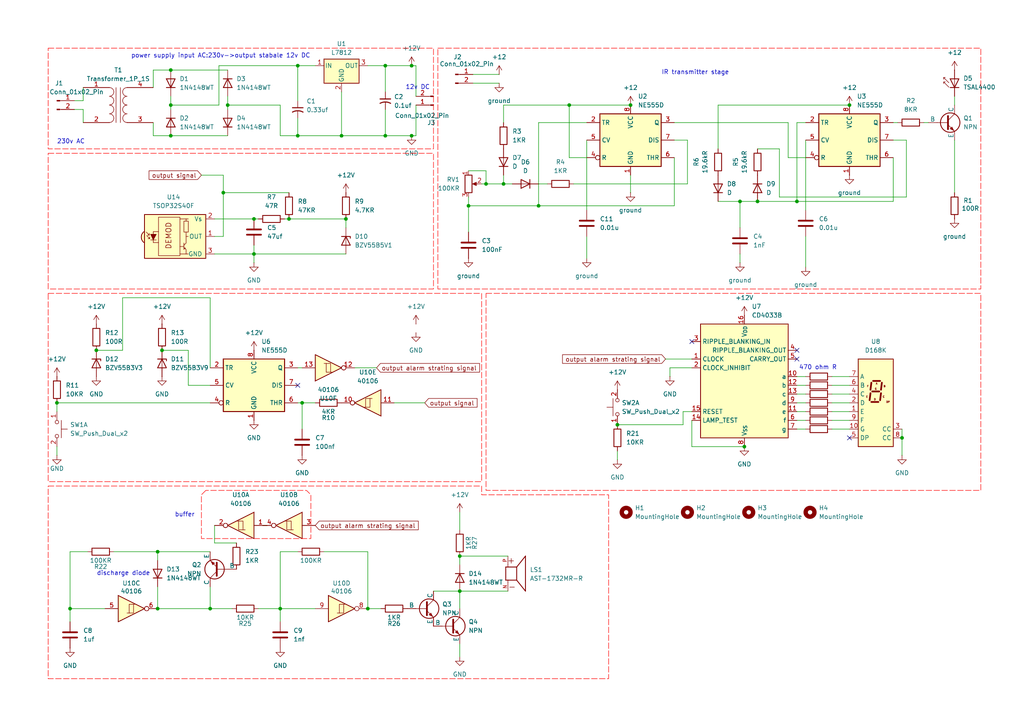
<source format=kicad_sch>
(kicad_sch (version 20250114) (generator "eeschema") (generator_version "9.0")
  (paper "A4")
  (title_block (title "IR Interruption Detector") (date "2025-06-18") (rev "bejaoui Hamza") (company "insat"))
  (lib_symbols
    (symbol "4xxx:40106" (pin_names (offset 1.016))
      (property "Reference" "U" (at 0 1.27 0))
      (property "Value" "40106" (at 0 -1.27 0))
      (symbol "40106_1_0"
        (pin input line (at -7.62 0 0) (length 3.81) (name "~") (number "1"))
        (pin output inverted (at 7.62 0 180) (length 3.81) (name "~") (number "2"))
      )
      (symbol "40106_2_0"
        (pin input line (at -7.62 0 0) (length 3.81) (name "~") (number "3"))
        (pin output inverted (at 7.62 0 180) (length 3.81) (name "~") (number "4"))
      )
      (symbol "40106_3_0"
        (pin input line (at -7.62 0 0) (length 3.81) (name "~") (number "5"))
        (pin output inverted (at 7.62 0 180) (length 3.81) (name "~") (number "6"))
      )
      (symbol "40106_4_0"
        (pin input line (at -7.62 0 0) (length 3.81) (name "~") (number "9"))
        (pin output inverted (at 7.62 0 180) (length 3.81) (name "~") (number "8"))
      )
      (symbol "40106_5_0"
        (pin input line (at -7.62 0 0) (length 3.81) (name "~") (number "11"))
        (pin output inverted (at 7.62 0 180) (length 3.81) (name "~") (number "10"))
      )
      (symbol "40106_6_0"
        (pin input line (at -7.62 0 0) (length 3.81) (name "~") (number "13"))
        (pin output inverted (at 7.62 0 180) (length 3.81) (name "~") (number "12"))
      )
      (symbol "40106_7_0"
        (pin power_in line (at 0 12.7 270) (length 5.08) (name "VDD") (number "14"))
        (pin power_in line (at 0 -12.7 90) (length 5.08) (name "VSS") (number "7"))
      )
    )
    (symbol "4xxx:CD4033B"
      (property "Reference" "U" (at -12.7 17.78 0))
      (property "Value" "CD4033B" (at 7.62 17.78 0))
      (symbol "CD4033B_1_1"
        (pin input line (at -15.24 10.16 0) (length 2.54) (name "RIPPLE_BLANKING_IN") (number "3"))
        (pin input line (at -15.24 5.08 0) (length 2.54) (name "CLOCK") (number "1"))
        (pin input line (at -15.24 2.54 0) (length 2.54) (name "CLOCK_INHIBIT") (number "2"))
        (pin input line (at -15.24 -10.16 0) (length 2.54) (name "RESET") (number "15"))
        (pin input line (at -15.24 -12.7 0) (length 2.54) (name "LAMP_TEST") (number "14"))
        (pin power_in line (at 0 17.78 270) (length 2.54) (name "V_{DD}") (number "16"))
        (pin power_in line (at 0 -20.32 90) (length 2.54) (name "V_{SS}") (number "8"))
        (pin output line (at 15.24 7.62 180) (length 2.54) (name "RIPPLE_BLANKING_OUT") (number "4"))
        (pin output line (at 15.24 5.08 180) (length 2.54) (name "CARRY_OUT") (number "5"))
        (pin output line (at 15.24 0 180) (length 2.54) (name "a") (number "10"))
        (pin output line (at 15.24 -2.54 180) (length 2.54) (name "b") (number "12"))
        (pin output line (at 15.24 -5.08 180) (length 2.54) (name "c") (number "13"))
        (pin output line (at 15.24 -7.62 180) (length 2.54) (name "d") (number "9"))
        (pin output line (at 15.24 -10.16 180) (length 2.54) (name "e") (number "11"))
        (pin output line (at 15.24 -12.7 180) (length 2.54) (name "f") (number "6"))
        (pin output line (at 15.24 -15.24 180) (length 2.54) (name "g") (number "7"))
      )
    )
    (symbol "AST-1732MR-R:AST-1732MR-R" (pin_names (offset 1.016))
      (property "Reference" "LS2" (at 3.81 1.1258 0))
      (property "Value" "AST-1732MR-R" (at 3.81 -1.4142 0))
      (symbol "AST-1732MR-R_0_0"
        (text "+" (at -2.794 2.794 0) (effects (font (size 1.778 1.778)) (justify left bottom)))
        (text "-" (at -2.54 -4.826 0) (effects (font (size 1.778 1.778)) (justify left bottom)))
        (pin passive line (at -2.54 5.08 270) (length 2.54) (name "~") (number "P"))
        (pin passive line (at -2.54 -5.08 90) (length 2.54) (name "~") (number "N"))
      )
    )
    (symbol "Connector:Conn_01x02_Pin" (pin_names (offset 1.016) (hide yes))
      (property "Reference" "J" (at 0 2.54 0))
      (property "Value" "Conn_01x02_Pin" (at 0 -5.08 0))
      (symbol "Conn_01x02_Pin_1_1"
        (pin passive line (at 5.08 0 180) (length 3.81) (name "Pin_1") (number "1"))
        (pin passive line (at 5.08 -2.54 180) (length 3.81) (name "Pin_2") (number "2"))
      )
    )
    (symbol "Device:C" (pin_numbers (hide yes)) (pin_names (offset 0.254))
      (property "Reference" "C" (at 0.635 2.54 0))
      (property "Value" "C" (at 0.635 -2.54 0))
      (symbol "C_1_1"
        (pin passive line (at 0 3.81 270) (length 2.794) (name "~") (number "1"))
        (pin passive line (at 0 -3.81 90) (length 2.794) (name "~") (number "2"))
      )
    )
    (symbol "Device:C_Small_US" (pin_numbers (hide yes)) (pin_names (offset 0.254) (hide yes))
      (property "Reference" "C" (at 0.254 1.778 0))
      (property "Value" "C_Small_US" (at 0.254 -2.032 0))
      (symbol "C_Small_US_1_1"
        (pin passive line (at 0 2.54 270) (length 2.032) (name "~") (number "1"))
        (pin passive line (at 0 -2.54 90) (length 2.032) (name "~") (number "2"))
      )
    )
    (symbol "Device:D" (pin_numbers (hide yes)) (pin_names (offset 1.016) (hide yes))
      (property "Reference" "D" (at 0 2.54 0))
      (property "Value" "D" (at 0 -2.54 0))
      (symbol "D_1_1"
        (pin passive line (at -3.81 0 0) (length 2.54) (name "K") (number "1"))
        (pin passive line (at 3.81 0 180) (length 2.54) (name "A") (number "2"))
      )
    )
    (symbol "Device:R" (pin_numbers (hide yes)) (pin_names (offset 0))
      (property "Reference" "R" (at 2.032 0 90))
      (property "Value" "R" (at 0 0 90))
      (symbol "R_1_1"
        (pin passive line (at 0 3.81 270) (length 1.27) (name "~") (number "1"))
        (pin passive line (at 0 -3.81 90) (length 1.27) (name "~") (number "2"))
      )
    )
    (symbol "Device:R_Potentiometer" (pin_names (offset 1.016) (hide yes))
      (property "Reference" "RV" (at -4.445 0 90))
      (property "Value" "R_Potentiometer" (at -2.54 0 90))
      (symbol "R_Potentiometer_1_1"
        (pin passive line (at 0 3.81 270) (length 1.27) (name "1") (number "1"))
        (pin passive line (at 0 -3.81 90) (length 1.27) (name "3") (number "3"))
        (pin passive line (at 3.81 0 180) (length 1.27) (name "2") (number "2"))
      )
    )
    (symbol "Device:Transformer_1P_1S" (pin_names (offset 1.016) (hide yes))
      (property "Reference" "T" (at 0 6.35 0))
      (property "Value" "Transformer_1P_1S" (at 0 -7.62 0))
      (symbol "Transformer_1P_1S_1_1"
        (pin passive line (at -10.16 5.08 0) (length 7.62) (name "AA") (number "1"))
        (pin passive line (at -10.16 -5.08 0) (length 7.62) (name "AB") (number "2"))
        (pin passive line (at 10.16 5.08 180) (length 7.62) (name "SB") (number "4"))
        (pin passive line (at 10.16 -5.08 180) (length 7.62) (name "SA") (number "3"))
      )
    )
    (symbol "Diode:1N4148WT" (pin_numbers (hide yes)) (pin_names (hide yes))
      (property "Reference" "D" (at 0 2.54 0))
      (property "Value" "1N4148WT" (at 0 -2.54 0))
      (symbol "1N4148WT_1_1"
        (pin passive line (at -3.81 0 0) (length 2.54) (name "K") (number "1"))
        (pin passive line (at 3.81 0 180) (length 2.54) (name "A") (number "2"))
      )
    )
    (symbol "Diode:BZV55B3V3" (pin_numbers (hide yes)) (pin_names (hide yes))
      (property "Reference" "D" (at 0 2.54 0))
      (property "Value" "BZV55B3V3" (at 0 -2.54 0))
      (symbol "BZV55B3V3_1_1"
        (pin passive line (at -3.81 0 0) (length 2.54) (name "K") (number "1"))
        (pin passive line (at 3.81 0 180) (length 2.54) (name "A") (number "2"))
      )
    )
    (symbol "Diode:BZV55B3V9" (pin_numbers (hide yes)) (pin_names (hide yes))
      (property "Reference" "D" (at 0 2.54 0))
      (property "Value" "BZV55B3V9" (at 0 -2.54 0))
      (symbol "BZV55B3V9_1_1"
        (pin passive line (at -3.81 0 0) (length 2.54) (name "K") (number "1"))
        (pin passive line (at 3.81 0 180) (length 2.54) (name "A") (number "2"))
      )
    )
    (symbol "Diode:BZV55B5V1" (pin_numbers (hide yes)) (pin_names (hide yes))
      (property "Reference" "D" (at 0 2.54 0))
      (property "Value" "BZV55B5V1" (at 0 -2.54 0))
      (symbol "BZV55B5V1_1_1"
        (pin passive line (at -3.81 0 0) (length 2.54) (name "K") (number "1"))
        (pin passive line (at 3.81 0 180) (length 2.54) (name "A") (number "2"))
      )
    )
    (symbol "Display_Character:D168K"
      (property "Reference" "U" (at -2.54 13.97 0))
      (property "Value" "D168K" (at 1.27 13.97 0))
      (symbol "D168K_0_0"
        (text "E" (at -2.54 1.778 0) (effects (font (size 0.508 0.508))))
        (text "F" (at -2.286 4.826 0) (effects (font (size 0.508 0.508))))
        (text "D" (at -0.254 1.016 0) (effects (font (size 0.508 0.508))))
        (text "G" (at 0 4.064 0) (effects (font (size 0.508 0.508))))
        (text "A" (at 0.254 5.588 0) (effects (font (size 0.508 0.508))))
        (text "C" (at 2.286 1.778 0) (effects (font (size 0.508 0.508))))
        (text "B" (at 2.54 4.826 0) (effects (font (size 0.508 0.508))))
        (text "DP" (at 3.556 0.254 0) (effects (font (size 0.508 0.508))))
      )
      (symbol "D168K_1_1"
        (pin input line (at -7.62 7.62 0) (length 2.54) (name "A") (number "7"))
        (pin input line (at -7.62 5.08 0) (length 2.54) (name "B") (number "6"))
        (pin input line (at -7.62 2.54 0) (length 2.54) (name "C") (number "4"))
        (pin input line (at -7.62 0 0) (length 2.54) (name "D") (number "2"))
        (pin input line (at -7.62 -2.54 0) (length 2.54) (name "E") (number "1"))
        (pin input line (at -7.62 -5.08 0) (length 2.54) (name "F") (number "9"))
        (pin input line (at -7.62 -7.62 0) (length 2.54) (name "G") (number "10"))
        (pin input line (at -7.62 -10.16 0) (length 2.54) (name "DP") (number "5"))
        (pin input line (at 7.62 -7.62 180) (length 2.54) (name "CC") (number "3"))
        (pin input line (at 7.62 -10.16 180) (length 2.54) (name "CC") (number "8"))
      )
    )
    (symbol "Interface_Optical:TSOP32S40F" (pin_names (offset 1.016))
      (property "Reference" "U" (at -10.16 7.62 0))
      (property "Value" "TSOP32S40F" (at -10.16 -7.62 0))
      (symbol "TSOP32S40F_0_0"
        (text "DEMOD" (at -3.175 0.254 900) (effects (font (size 1.524 1.524))))
      )
      (symbol "TSOP32S40F_1_1"
        (pin power_in line (at 10.16 5.08 180) (length 2.54) (name "Vs") (number "2"))
        (pin output line (at 10.16 0 180) (length 2.54) (name "OUT") (number "1"))
        (pin power_in line (at 10.16 -5.08 180) (length 2.54) (name "GND") (number "3"))
      )
    )
    (symbol "LED:TSAL4400" (pin_numbers (hide yes)) (pin_names (offset 1.016) (hide yes))
      (property "Reference" "D" (at 0.508 1.778 0))
      (property "Value" "TSAL4400" (at -1.016 -2.794 0))
      (symbol "TSAL4400_1_1"
        (pin passive line (at -5.08 0 0) (length 2.54) (name "K") (number "1"))
        (pin passive line (at 2.54 0 180) (length 2.54) (name "A") (number "2"))
      )
    )
    (symbol "Mechanical:MountingHole" (pin_names (offset 1.016)) (in_bom no)
      (property "Reference" "H" (at 0 5.08 0))
      (property "Value" "MountingHole" (at 0 3.175 0))
    )
    (symbol "Regulator_Linear:L7812" (pin_names (offset 0.254))
      (property "Reference" "U" (at -3.81 3.175 0))
      (property "Value" "L7812" (at 0 3.175 0))
      (symbol "L7812_1_1"
        (pin power_in line (at -7.62 0 0) (length 2.54) (name "IN") (number "1"))
        (pin power_in line (at 0 -7.62 90) (length 2.54) (name "GND") (number "2"))
        (pin power_out line (at 7.62 0 180) (length 2.54) (name "OUT") (number "3"))
      )
    )
    (symbol "Simulation_SPICE:NPN" (pin_numbers (hide yes)) (pin_names (offset 0))
      (property "Reference" "Q" (at -2.54 7.62 0))
      (property "Value" "NPN" (at -2.54 5.08 0))
      (symbol "NPN_1_1"
        (pin input line (at -5.08 0 0) (length 2.54) (name "B") (number "2"))
        (pin open_collector line (at 2.54 5.08 270) (length 2.54) (name "C") (number "1"))
        (pin open_emitter line (at 2.54 -5.08 90) (length 2.54) (name "E") (number "3"))
      )
    )
    (symbol "Switch:SW_Push_Dual_x2" (pin_names (offset 1.016) (hide yes))
      (property "Reference" "SW" (at 1.27 2.54 0))
      (property "Value" "SW_Push_Dual_x2" (at 0 -1.524 0))
      (symbol "SW_Push_Dual_x2_1_1"
        (pin passive line (at -5.08 0 0) (length 2.54) (name "C") (number "1"))
        (pin passive line (at 5.08 0 180) (length 2.54) (name "D") (number "2"))
      )
      (symbol "SW_Push_Dual_x2_2_1"
        (pin passive line (at -5.08 0 0) (length 2.54) (name "C") (number "3"))
        (pin passive line (at 5.08 0 180) (length 2.54) (name "D") (number "4"))
      )
    )
    (symbol "Timer:NE555D"
      (property "Reference" "U" (at -10.16 8.89 0))
      (property "Value" "NE555D" (at 2.54 8.89 0))
      (symbol "NE555D_0_0"
        (pin power_in line (at 0 10.16 270) (length 2.54) (name "VCC") (number "8"))
        (pin power_in line (at 0 -10.16 90) (length 2.54) (name "GND") (number "1"))
      )
      (symbol "NE555D_1_1"
        (pin input line (at -12.7 5.08 0) (length 3.81) (name "TR") (number "2"))
        (pin input line (at -12.7 0 0) (length 3.81) (name "CV") (number "5"))
        (pin input inverted (at -12.7 -5.08 0) (length 3.81) (name "R") (number "4"))
        (pin output line (at 12.7 5.08 180) (length 3.81) (name "Q") (number "3"))
        (pin input line (at 12.7 0 180) (length 3.81) (name "DIS") (number "7"))
        (pin input line (at 12.7 -5.08 180) (length 3.81) (name "THR") (number "6"))
      )
    )
    (symbol "power:+12V" (power) (pin_numbers (hide yes)) (pin_names (offset 0) (hide yes))
      (property "Value" "+12V" (at 0 3.556 0))
      (symbol "+12V_1_1"
        (pin power_in line (at 0 0 90) (length 0) (name "~") (number "1"))
      )
    )
    (symbol "power:GND" (power) (pin_numbers (hide yes)) (pin_names (offset 0) (hide yes))
      (property "Value" "GND" (at 0 -3.81 0))
      (symbol "GND_1_1"
        (pin power_in line (at 0 0 270) (length 0) (name "~") (number "1"))
      )
    )
  )
  (text "12v DC" (at 121.158 25.4 0) (effects (font (size 1.27 1.27))))
  (text "buffer\n" (at 53.594 149.352 0) (effects (font (size 1.27 1.27))))
  (text "230v AC\n" (at 20.574 41.148 0) (effects (font (size 1.27 1.27))))
  (text "IR transmitter stage" (at 201.676 21.082 0) (effects (font (size 1.27 1.27))))
  (text "discharge diode\n" (at 35.814 166.37 0) (effects (font (size 1.27 1.27))))
  (text "470 ohm R" (at 237.236 106.68 0) (effects (font (size 1.27 1.27))))
  (text "power supply input AC:230v->output stabale 12v DC" (at 64.008 16.256 0) (effects (font (size 1.27 1.27))))
  (junction (at 86.36 39.37))
  (junction (at 86.36 19.05))
  (junction (at 146.05 53.34))
  (junction (at 111.76 39.37))
  (junction (at 73.66 63.5))
  (junction (at 81.28 176.53))
  (junction (at 182.88 30.48))
  (junction (at 119.38 39.37))
  (junction (at 133.35 161.29))
  (junction (at 135.89 59.69))
  (junction (at 66.04 30.48))
  (junction (at 231.14 58.42))
  (junction (at 45.72 160.02))
  (junction (at 49.53 30.48))
  (junction (at 20.32 176.53))
  (junction (at 133.35 171.45))
  (junction (at 219.71 58.42))
  (junction (at 49.53 20.32))
  (junction (at 140.97 53.34))
  (junction (at 261.62 127))
  (junction (at 119.38 19.05))
  (junction (at 27.94 101.6))
  (junction (at 156.21 59.69))
  (junction (at 165.1 30.48))
  (junction (at 106.68 176.53))
  (junction (at 87.63 116.84))
  (junction (at 214.63 58.42))
  (junction (at 100.33 63.5))
  (junction (at 179.07 123.19))
  (junction (at 16.51 116.84))
  (junction (at 45.72 176.53))
  (junction (at 83.82 63.5))
  (junction (at 46.99 101.6))
  (junction (at 49.53 39.37))
  (junction (at 60.96 176.53))
  (junction (at 246.38 30.48))
  (junction (at 73.66 73.66))
  (junction (at 99.06 39.37))
  (junction (at 64.77 55.88))
  (junction (at 215.9 129.54))
  (junction (at 111.76 19.05))
  (no_connect (at 86.36 111.76))
  (no_connect (at 231.14 101.6))
  (no_connect (at 231.14 104.14))
  (no_connect (at 200.66 99.06))
  (no_connect (at 246.38 127))
  (wire (pts (xy 73.66 71.12) (xy 73.66 73.66)))
  (wire (pts (xy 241.3 109.22) (xy 246.38 109.22)))
  (wire (pts (xy 24.13 25.4) (xy 24.13 29.21)))
  (wire (pts (xy 276.86 27.94) (xy 276.86 30.48)))
  (wire (pts (xy 62.23 157.48) (xy 62.23 152.4)))
  (wire (pts (xy 241.3 111.76) (xy 246.38 111.76)))
  (wire (pts (xy 66.04 30.48) (xy 81.28 30.48)))
  (wire (pts (xy 81.28 39.37) (xy 86.36 39.37)))
  (wire (pts (xy 231.14 116.84) (xy 233.68 116.84)))
  (wire (pts (xy 156.21 59.69) (xy 195.58 59.69)))
  (wire (pts (xy 27.94 101.6) (xy 35.56 101.6)))
  (wire (pts (xy 241.3 121.92) (xy 246.38 121.92)))
  (wire (pts (xy 156.21 53.34) (xy 158.75 53.34)))
  (wire (pts (xy 64.77 68.58) (xy 64.77 55.88)))
  (wire (pts (xy 81.28 160.02) (xy 81.28 176.53)))
  (wire (pts (xy 165.1 30.48) (xy 165.1 45.72)))
  (wire (pts (xy 214.63 58.42) (xy 219.71 58.42)))
  (wire (pts (xy 140.97 53.34) (xy 146.05 53.34)))
  (wire (pts (xy 99.06 39.37) (xy 111.76 39.37)))
  (wire (pts (xy 241.3 119.38) (xy 246.38 119.38)))
  (wire (pts (xy 219.71 58.42) (xy 231.14 58.42)))
  (wire (pts (xy 66.04 27.94) (xy 66.04 30.48)))
  (wire (pts (xy 146.05 50.8) (xy 146.05 53.34)))
  (wire (pts (xy 111.76 39.37) (xy 119.38 39.37)))
  (wire (pts (xy 146.05 35.56) (xy 146.05 30.48)))
  (wire (pts (xy 86.36 19.05) (xy 86.36 29.21)))
  (wire (pts (xy 146.05 53.34) (xy 148.59 53.34)))
  (wire (pts (xy 66.04 20.32) (xy 49.53 20.32)))
  (wire (pts (xy 83.82 63.5) (xy 100.33 63.5)))
  (wire (pts (xy 166.37 53.34) (xy 199.39 53.34)))
  (wire (pts (xy 44.45 20.32) (xy 44.45 25.4)))
  (wire (pts (xy 195.58 45.72) (xy 195.58 59.69)))
  (wire (pts (xy 233.68 40.64) (xy 233.68 60.96)))
  (wire (pts (xy 106.68 160.02) (xy 106.68 176.53)))
  (wire (pts (xy 20.32 160.02) (xy 20.32 176.53)))
  (wire (pts (xy 262.89 40.64) (xy 262.89 57.15)))
  (wire (pts (xy 24.13 29.21) (xy 21.59 29.21)))
  (wire (pts (xy 200.66 121.92) (xy 200.66 129.54)))
  (wire (pts (xy 109.22 106.68) (xy 102.87 106.68)))
  (wire (pts (xy 194.31 106.68) (xy 194.31 109.22)))
  (wire (pts (xy 276.86 40.64) (xy 276.86 55.88)))
  (wire (pts (xy 200.66 119.38) (xy 198.12 119.38)))
  (wire (pts (xy 63.5 19.05) (xy 86.36 19.05)))
  (wire (pts (xy 262.89 57.15) (xy 226.06 57.15)))
  (wire (pts (xy 147.32 171.45) (xy 133.35 171.45)))
  (wire (pts (xy 231.14 119.38) (xy 233.68 119.38)))
  (wire (pts (xy 259.08 58.42) (xy 231.14 58.42)))
  (wire (pts (xy 195.58 40.64) (xy 199.39 40.64)))
  (wire (pts (xy 77.47 152.4) (xy 76.2 152.4)))
  (wire (pts (xy 140.97 49.53) (xy 140.97 53.34)))
  (wire (pts (xy 62.23 68.58) (xy 64.77 68.58)))
  (wire (pts (xy 193.04 104.14) (xy 200.66 104.14)))
  (wire (pts (xy 58.42 50.8) (xy 64.77 50.8)))
  (wire (pts (xy 49.53 20.32) (xy 44.45 20.32)))
  (wire (pts (xy 139.7 53.34) (xy 140.97 53.34)))
  (wire (pts (xy 135.89 59.69) (xy 135.89 67.31)))
  (wire (pts (xy 86.36 19.05) (xy 91.44 19.05)))
  (wire (pts (xy 49.53 27.94) (xy 49.53 30.48)))
  (wire (pts (xy 44.45 35.56) (xy 44.45 39.37)))
  (wire (pts (xy 208.28 30.48) (xy 208.28 43.18)))
  (wire (pts (xy 16.51 129.54) (xy 16.51 132.08)))
  (wire (pts (xy 208.28 58.42) (xy 214.63 58.42)))
  (wire (pts (xy 49.53 39.37) (xy 66.04 39.37)))
  (wire (pts (xy 214.63 58.42) (xy 214.63 66.04)))
  (wire (pts (xy 45.72 160.02) (xy 45.72 162.56)))
  (wire (pts (xy 49.53 30.48) (xy 49.53 31.75)))
  (wire (pts (xy 259.08 40.64) (xy 262.89 40.64)))
  (wire (pts (xy 259.08 45.72) (xy 259.08 58.42)))
  (wire (pts (xy 200.66 106.68) (xy 194.31 106.68)))
  (wire (pts (xy 228.6 45.72) (xy 228.6 35.56)))
  (wire (pts (xy 100.33 63.5) (xy 100.33 66.04)))
  (wire (pts (xy 133.35 161.29) (xy 133.35 163.83)))
  (wire (pts (xy 231.14 121.92) (xy 233.68 121.92)))
  (wire (pts (xy 228.6 35.56) (xy 195.58 35.56)))
  (wire (pts (xy 165.1 30.48) (xy 182.88 30.48)))
  (wire (pts (xy 231.14 124.46) (xy 233.68 124.46)))
  (wire (pts (xy 16.51 116.84) (xy 60.96 116.84)))
  (wire (pts (xy 231.14 109.22) (xy 233.68 109.22)))
  (wire (pts (xy 99.06 26.67) (xy 99.06 39.37)))
  (wire (pts (xy 86.36 34.29) (xy 86.36 39.37)))
  (wire (pts (xy 86.36 39.37) (xy 99.06 39.37)))
  (wire (pts (xy 62.23 73.66) (xy 73.66 73.66)))
  (wire (pts (xy 87.63 116.84) (xy 91.44 116.84)))
  (wire (pts (xy 231.14 114.3) (xy 233.68 114.3)))
  (wire (pts (xy 226.06 43.18) (xy 219.71 43.18)))
  (wire (pts (xy 24.13 31.75) (xy 24.13 35.56)))
  (wire (pts (xy 200.66 129.54) (xy 215.9 129.54)))
  (wire (pts (xy 156.21 59.69) (xy 135.89 59.69)))
  (wire (pts (xy 74.93 176.53) (xy 81.28 176.53)))
  (wire (pts (xy 60.96 176.53) (xy 67.31 176.53)))
  (wire (pts (xy 261.62 127) (xy 261.62 132.08)))
  (wire (pts (xy 214.63 73.66) (xy 214.63 76.2)))
  (wire (pts (xy 146.05 30.48) (xy 165.1 30.48)))
  (wire (pts (xy 21.59 31.75) (xy 24.13 31.75)))
  (wire (pts (xy 125.73 171.45) (xy 133.35 171.45)))
  (wire (pts (xy 54.61 101.6) (xy 46.99 101.6)))
  (wire (pts (xy 120.65 30.48) (xy 120.65 39.37)))
  (wire (pts (xy 170.18 40.64) (xy 170.18 60.96)))
  (wire (pts (xy 233.68 35.56) (xy 231.14 35.56)))
  (wire (pts (xy 81.28 176.53) (xy 91.44 176.53)))
  (wire (pts (xy 73.66 73.66) (xy 100.33 73.66)))
  (wire (pts (xy 241.3 116.84) (xy 246.38 116.84)))
  (wire (pts (xy 20.32 176.53) (xy 30.48 176.53)))
  (wire (pts (xy 20.32 160.02) (xy 25.4 160.02)))
  (wire (pts (xy 182.88 50.8) (xy 182.88 55.88)))
  (wire (pts (xy 133.35 186.69) (xy 133.35 190.5)))
  (wire (pts (xy 179.07 130.81) (xy 179.07 133.35)))
  (wire (pts (xy 60.96 170.18) (xy 60.96 176.53)))
  (wire (pts (xy 54.61 111.76) (xy 60.96 111.76)))
  (wire (pts (xy 93.98 160.02) (xy 106.68 160.02)))
  (wire (pts (xy 208.28 30.48) (xy 246.38 30.48)))
  (wire (pts (xy 63.5 19.05) (xy 63.5 30.48)))
  (wire (pts (xy 111.76 31.75) (xy 111.76 39.37)))
  (wire (pts (xy 120.65 19.05) (xy 119.38 19.05)))
  (wire (pts (xy 81.28 160.02) (xy 86.36 160.02)))
  (wire (pts (xy 35.56 86.36) (xy 35.56 101.6)))
  (wire (pts (xy 106.68 19.05) (xy 111.76 19.05)))
  (wire (pts (xy 110.49 176.53) (xy 106.68 176.53)))
  (wire (pts (xy 111.76 19.05) (xy 119.38 19.05)))
  (wire (pts (xy 111.76 19.05) (xy 111.76 26.67)))
  (wire (pts (xy 199.39 40.64) (xy 199.39 53.34)))
  (wire (pts (xy 49.53 30.48) (xy 63.5 30.48)))
  (wire (pts (xy 68.58 157.48) (xy 62.23 157.48)))
  (wire (pts (xy 137.16 24.13) (xy 144.78 24.13)))
  (wire (pts (xy 54.61 101.6) (xy 54.61 111.76)))
  (wire (pts (xy 120.65 39.37) (xy 119.38 39.37)))
  (wire (pts (xy 73.66 73.66) (xy 73.66 76.2)))
  (wire (pts (xy 241.3 124.46) (xy 246.38 124.46)))
  (wire (pts (xy 86.36 116.84) (xy 87.63 116.84)))
  (wire (pts (xy 73.66 63.5) (xy 74.93 63.5)))
  (wire (pts (xy 66.04 30.48) (xy 66.04 31.75)))
  (wire (pts (xy 64.77 50.8) (xy 64.77 55.88)))
  (wire (pts (xy 267.97 35.56) (xy 269.24 35.56)))
  (wire (pts (xy 233.68 68.58) (xy 233.68 77.47)))
  (wire (pts (xy 45.72 160.02) (xy 60.96 160.02)))
  (wire (pts (xy 120.65 27.94) (xy 120.65 19.05)))
  (wire (pts (xy 45.72 170.18) (xy 45.72 176.53)))
  (wire (pts (xy 259.08 35.56) (xy 260.35 35.56)))
  (wire (pts (xy 87.63 106.68) (xy 86.36 106.68)))
  (wire (pts (xy 81.28 30.48) (xy 81.28 39.37)))
  (wire (pts (xy 156.21 35.56) (xy 156.21 59.69)))
  (wire (pts (xy 82.55 63.5) (xy 83.82 63.5)))
  (wire (pts (xy 16.51 119.38) (xy 16.51 116.84)))
  (wire (pts (xy 133.35 148.59) (xy 133.35 153.67)))
  (wire (pts (xy 35.56 86.36) (xy 60.96 86.36)))
  (wire (pts (xy 33.02 160.02) (xy 45.72 160.02)))
  (wire (pts (xy 87.63 116.84) (xy 87.63 124.46)))
  (wire (pts (xy 137.16 21.59) (xy 144.78 21.59)))
  (wire (pts (xy 198.12 123.19) (xy 179.07 123.19)))
  (wire (pts (xy 135.89 57.15) (xy 135.89 59.69)))
  (wire (pts (xy 226.06 57.15) (xy 226.06 43.18)))
  (wire (pts (xy 198.12 119.38) (xy 198.12 123.19)))
  (wire (pts (xy 64.77 55.88) (xy 83.82 55.88)))
  (wire (pts (xy 81.28 176.53) (xy 81.28 180.34)))
  (wire (pts (xy 156.21 35.56) (xy 170.18 35.56)))
  (wire (pts (xy 60.96 176.53) (xy 45.72 176.53)))
  (wire (pts (xy 62.23 63.5) (xy 73.66 63.5)))
  (wire (pts (xy 44.45 39.37) (xy 49.53 39.37)))
  (wire (pts (xy 133.35 161.29) (xy 147.32 161.29)))
  (wire (pts (xy 231.14 111.76) (xy 233.68 111.76)))
  (wire (pts (xy 231.14 35.56) (xy 231.14 58.42)))
  (wire (pts (xy 60.96 86.36) (xy 60.96 106.68)))
  (wire (pts (xy 228.6 45.72) (xy 233.68 45.72)))
  (wire (pts (xy 261.62 124.46) (xy 261.62 127)))
  (wire (pts (xy 170.18 45.72) (xy 165.1 45.72)))
  (wire (pts (xy 133.35 171.45) (xy 133.35 176.53)))
  (wire (pts (xy 114.3 116.84) (xy 123.19 116.84)))
  (wire (pts (xy 20.32 176.53) (xy 20.32 180.34)))
  (wire (pts (xy 241.3 114.3) (xy 246.38 114.3)))
  (wire (pts (xy 135.89 49.53) (xy 140.97 49.53)))
  (wire (pts (xy 170.18 68.58) (xy 170.18 74.93)))
  (global_label "output alarm strating signal" (shape input) (at 91.44 152.4 0) (property "Intersheetrefs" "${INTERSHEET_REFS}" (effects (hide yes))))
  (global_label "output alarm strating signal" (shape input) (at 193.04 104.14 180) (property "Intersheetrefs" "${INTERSHEET_REFS}" (effects (hide yes))))
  (global_label "output signal" (shape input) (at 123.19 116.84 0) (property "Intersheetrefs" "${INTERSHEET_REFS}" (effects (hide yes))))
  (global_label "output alarm strating signal" (shape input) (at 109.22 106.68 0) (property "Intersheetrefs" "${INTERSHEET_REFS}" (effects (hide yes))))
  (global_label "output signal" (shape input) (at 58.42 50.8 180) (property "Intersheetrefs" "${INTERSHEET_REFS}" (effects (hide yes))))
  (rule_area (polyline (pts (xy 13.97 44.45) (xy 125.73 44.45) (xy 125.73 83.82) (xy 13.97 83.82)) (stroke (width 0) (type dash))))
  (rule_area (polyline (pts (xy 140.97 85.09) (xy 284.48 85.09) (xy 284.48 142.24) (xy 140.97 142.24)) (stroke (width 0) (type dash))))
  (rule_area (polyline (pts (xy 13.97 140.97) (xy 139.7 140.97) (xy 139.7 143.51) (xy 176.53 143.51) (xy 176.53 196.85) (xy 13.97 196.85)) (stroke (width 0) (type dash))))
  (rule_area (polyline (pts (xy 13.97 13.97) (xy 125.73 13.97) (xy 125.73 43.18) (xy 13.97 43.18)) (stroke (width 0) (type dash))))
  (rule_area (polyline (pts (xy 13.97 85.09) (xy 139.7 85.09) (xy 139.7 139.7) (xy 13.97 139.7)) (stroke (width 0) (type dash))))
  (rule_area (polyline (pts (xy 127 13.97) (xy 284.48 13.97) (xy 284.48 83.82) (xy 127 83.82)) (stroke (width 0) (type dash))))
  (rule_area (polyline (pts (xy 59.69 142.24) (xy 58.42 143.51) (xy 58.42 156.21) (xy 90.17 156.21) (xy 90.17 143.51) (xy 88.9 142.24)) (stroke (width 0) (type dash))))
  (symbol (lib_id "Mechanical:MountingHole") (at 181.61 148.59 0) (unit 1) (in_bom no)
    (property "Reference" "H1" (at 184.15 147.3199 0) (effects (justify left)))
    (property "Value" "MountingHole" (at 184.15 149.8599 0) (effects (justify left)))
    (property "Footprint" "MountingHole:MountingHole_2.5mm_Pad_Via" (effects (hide yes)))
    (property "Description" "Mounting Hole without connection" (effects (hide yes)))
  )
  (symbol (lib_id "Diode:1N4148WT") (at 45.72 166.37 90) (unit 1)
    (property "Reference" "D13" (at 48.26 165.0999 90) (effects (justify right)))
    (property "Value" "1N4148WT" (at 48.26 167.6399 90) (effects (justify right)))
    (property "Footprint" "Diode_THT:D_DO-35_SOD27_P10.16mm_Horizontal" (effects (hide yes)))
    (property "Datasheet" "https://www.diodes.com/assets/Datasheets/ds30396.pdf" (effects (hide yes)))
    (property "Description" "75V 0.15A Fast switching Diode, SOD-523" (effects (hide yes)))
    (property "Sim.Device" "D" (effects (hide yes)))
    (property "Sim.Pins" "1=K 2=A" (effects (hide yes)))
  )
  (symbol (lib_id "power:GND") (at 261.62 132.08 0) (unit 1)
    (property "Reference" "#PWR027" (effects (hide yes)))
    (property "Value" "GND" (at 261.62 137.16 0))
    (property "Description" "Power symbol creates a global label with name \"GND\" , ground" (effects (hide yes)))
  )
  (symbol (lib_id "Device:R") (at 237.49 114.3 90) (unit 1)
    (property "Reference" "R18" (effects (hide yes)))
    (property "Value" "R" (effects (hide yes)))
    (property "Footprint" "Resistor_THT:R_Axial_DIN0207_L6.3mm_D2.5mm_P7.62mm_Horizontal" (effects (hide yes)))
    (property "Description" "Resistor" (effects (hide yes)))
  )
  (symbol (lib_id "Switch:SW_Push_Dual_x2") (at 179.07 118.11 90) (unit 1)
    (property "Reference" "SW2" (at 180.34 116.8399 90) (effects (justify right)))
    (property "Value" "SW_Push_Dual_x2" (at 180.34 119.3799 90) (effects (justify right)))
    (property "Footprint" "footprints:SW_FSM8JH" (effects (hide yes)))
    (property "Description" "Push button switch, generic, separate symbols, four pins" (effects (hide yes)))
  )
  (symbol (lib_id "Device:R") (at 179.07 127 0) (unit 1)
    (property "Reference" "R21" (at 181.61 125.7299 0) (effects (justify left)))
    (property "Value" "10KR" (at 181.61 128.2699 0) (effects (justify left)))
    (property "Footprint" "Resistor_THT:R_Axial_DIN0207_L6.3mm_D2.5mm_P7.62mm_Horizontal" (effects (hide yes)))
    (property "Description" "Resistor" (effects (hide yes)))
  )
  (symbol (lib_id "Device:R") (at 237.49 121.92 90) (unit 1)
    (property "Reference" "R15" (effects (hide yes)))
    (property "Value" "R" (effects (hide yes)))
    (property "Footprint" "Resistor_THT:R_Axial_DIN0207_L6.3mm_D2.5mm_P7.62mm_Horizontal" (effects (hide yes)))
    (property "Description" "Resistor" (effects (hide yes)))
  )
  (symbol (lib_id "power:GND") (at 179.07 133.35 0) (unit 1)
    (property "Reference" "#PWR025" (effects (hide yes)))
    (property "Value" "GND" (at 179.07 138.43 0))
    (property "Description" "Power symbol creates a global label with name \"GND\" , ground" (effects (hide yes)))
  )
  (symbol (lib_id "Mechanical:MountingHole") (at 199.39 148.59 0) (unit 1) (in_bom no)
    (property "Reference" "H2" (at 201.93 147.3199 0) (effects (justify left)))
    (property "Value" "MountingHole" (at 201.93 149.8599 0) (effects (justify left)))
    (property "Footprint" "MountingHole:MountingHole_2.5mm_Pad_Via" (effects (hide yes)))
    (property "Description" "Mounting Hole without connection" (effects (hide yes)))
  )
  (symbol (lib_id "Diode:1N4148WT") (at 49.53 35.56 270) (unit 1)
    (property "Reference" "D2" (at 52.07 34.2899 90) (effects (justify left)))
    (property "Value" "1N4148WT" (at 52.07 36.8299 90) (effects (justify left)))
    (property "Footprint" "Diode_THT:D_5W_P10.16mm_Horizontal" (effects (hide yes)))
    (property "Datasheet" "https://www.diodes.com/assets/Datasheets/ds30396.pdf" (effects (hide yes)))
    (property "Description" "75V 0.15A Fast switching Diode, SOD-523" (effects (hide yes)))
    (property "Sim.Device" "D" (effects (hide yes)))
    (property "Sim.Pins" "1=K 2=A" (effects (hide yes)))
  )
  (symbol (lib_id "Interface_Optical:TSOP32S40F") (at 52.07 68.58 0) (unit 1)
    (property "Reference" "U14" (at 50.335 57.15 0))
    (property "Value" "TSOP32S40F" (at 50.335 59.69 0))
    (property "Footprint" "OptoDevice:Vishay_MOLD-3Pin" (effects (hide yes)))
    (property "Datasheet" "http://www.vishay.com/docs/82669/tsop32s40f.pdf" (effects (hide yes)))
    (property "Description" "IR Receiver Modules for Remote Control Systems" (effects (hide yes)))
  )
  (symbol (lib_id "power:GND") (at 135.89 74.93 0) (unit 1)
    (property "Reference" "#PWR07" (effects (hide yes)))
    (property "Value" "ground" (at 135.89 80.01 0))
    (property "Description" "Power symbol creates a global label with name \"GND\" , ground" (effects (hide yes)))
  )
  (symbol (lib_id "Device:R") (at 100.33 59.69 0) (unit 1)
    (property "Reference" "R9" (at 102.87 58.4199 0) (effects (justify left)))
    (property "Value" "4.7KR" (at 102.87 60.9599 0) (effects (justify left)))
    (property "Footprint" "Resistor_THT:R_Axial_DIN0207_L6.3mm_D2.5mm_P7.62mm_Horizontal" (effects (hide yes)))
    (property "Description" "Resistor" (effects (hide yes)))
  )
  (symbol (lib_id "Device:R") (at 95.25 116.84 270) (unit 1)
    (property "Reference" "R10" (at 95.25 121.158 90))
    (property "Value" "4KR" (at 95.25 119.38 90))
    (property "Footprint" "Resistor_THT:R_Axial_DIN0207_L6.3mm_D2.5mm_P7.62mm_Horizontal" (effects (hide yes)))
    (property "Description" "Resistor" (effects (hide yes)))
  )
  (symbol (lib_id "4xxx:40106") (at 83.82 152.4 0) (mirror y) (unit 2)
    (property "Reference" "U10" (at 83.82 143.51 0))
    (property "Value" "40106" (at 83.82 146.05 0))
    (property "Footprint" "Package_DIP:DIP-14_W10.16mm" (effects (hide yes)))
    (property "Datasheet" "https://assets.nexperia.com/documents/data-sheet/HEF40106B.pdf" (effects (hide yes)))
    (property "Description" "Hex Schmitt trigger inverter" (effects (hide yes)))
  )
  (symbol (lib_id "Device:C") (at 233.68 64.77 0) (unit 1)
    (property "Reference" "C6" (at 237.49 63.4999 0) (effects (justify left)))
    (property "Value" "0.01u" (at 237.49 66.0399 0) (effects (justify left)))
    (property "Footprint" "Capacitor_THT:CP_Radial_D4.0mm_P1.50mm" (effects (hide yes)))
    (property "Description" "Unpolarized capacitor" (effects (hide yes)))
  )
  (symbol (lib_id "Mechanical:MountingHole") (at 234.95 148.59 0) (unit 1) (in_bom no)
    (property "Reference" "H4" (at 237.49 147.3199 0) (effects (justify left)))
    (property "Value" "MountingHole" (at 237.49 149.8599 0) (effects (justify left)))
    (property "Footprint" "MountingHole:MountingHole_2.5mm_Pad_Via" (effects (hide yes)))
    (property "Description" "Mounting Hole without connection" (effects (hide yes)))
  )
  (symbol (lib_id "Device:C") (at 20.32 184.15 0) (unit 1)
    (property "Reference" "C8" (at 24.13 182.8799 0) (effects (justify left)))
    (property "Value" "1uf" (at 24.13 185.4199 0) (effects (justify left)))
    (property "Footprint" "Capacitor_THT:CP_Radial_D5.0mm_P2.50mm" (effects (hide yes)))
    (property "Description" "Unpolarized capacitor" (effects (hide yes)))
  )
  (symbol (lib_id "Device:R") (at 16.51 113.03 0) (unit 1)
    (property "Reference" "R11" (at 19.05 111.7599 0) (effects (justify left)))
    (property "Value" "10KR" (at 19.05 114.2999 0) (effects (justify left)))
    (property "Footprint" "Resistor_THT:R_Axial_DIN0207_L6.3mm_D2.5mm_P7.62mm_Horizontal" (effects (hide yes)))
    (property "Description" "Resistor" (effects (hide yes)))
  )
  (symbol (lib_id "power:GND") (at 87.63 132.08 0) (unit 1)
    (property "Reference" "#PWR013" (effects (hide yes)))
    (property "Value" "GND" (at 87.63 137.16 0))
    (property "Description" "Power symbol creates a global label with name \"GND\" , ground" (effects (hide yes)))
  )
  (symbol (lib_id "4xxx:40106") (at 95.25 106.68 0) (mirror x) (unit 6)
    (property "Reference" "U10" (at 95.25 115.57 0))
    (property "Value" "40106" (at 95.25 113.03 0))
    (property "Footprint" "Package_DIP:DIP-14_W10.16mm" (effects (hide yes)))
    (property "Datasheet" "https://assets.nexperia.com/documents/data-sheet/HEF40106B.pdf" (effects (hide yes)))
    (property "Description" "Hex Schmitt trigger inverter" (effects (hide yes)))
  )
  (symbol (lib_id "Connector:Conn_01x02_Pin") (at 16.51 29.21 0) (unit 1)
    (property "Reference" "J1" (at 17.145 24.13 0))
    (property "Value" "Conn_01x02_Pin" (at 22.225 26.67 0))
    (property "Footprint" "Connector_JST:JST_EH_B2B-EH-A_1x02_P2.50mm_Vertical" (effects (hide yes)))
    (property "Description" "Generic connector, single row, 01x02, script generated" (effects (hide yes)))
  )
  (symbol (lib_id "4xxx:40106") (at 106.68 116.84 180) (unit 5)
    (property "Reference" "U10" (at 106.68 107.95 0))
    (property "Value" "40106" (at 106.68 110.49 0))
    (property "Footprint" "Package_DIP:DIP-14_W10.16mm" (effects (hide yes)))
    (property "Datasheet" "https://assets.nexperia.com/documents/data-sheet/HEF40106B.pdf" (effects (hide yes)))
    (property "Description" "Hex Schmitt trigger inverter" (effects (hide yes)))
  )
  (symbol (lib_id "Device:R") (at 46.99 97.79 0) (unit 1)
    (property "Reference" "R13" (at 49.53 96.5199 0) (effects (justify left)))
    (property "Value" "100R" (at 49.53 99.0599 0) (effects (justify left)))
    (property "Footprint" "Resistor_THT:R_Axial_DIN0207_L6.3mm_D2.5mm_P7.62mm_Horizontal" (effects (hide yes)))
    (property "Description" "Resistor" (effects (hide yes)))
  )
  (symbol (lib_id "Diode:1N4148WT") (at 49.53 24.13 90) (unit 1)
    (property "Reference" "D1" (at 52.07 22.8599 90) (effects (justify right)))
    (property "Value" "1N4148WT" (at 52.07 25.3999 90) (effects (justify right)))
    (property "Footprint" "Diode_THT:D_5W_P10.16mm_Horizontal" (effects (hide yes)))
    (property "Datasheet" "https://www.diodes.com/assets/Datasheets/ds30396.pdf" (effects (hide yes)))
    (property "Description" "75V 0.15A Fast switching Diode, SOD-523" (effects (hide yes)))
    (property "Sim.Device" "D" (effects (hide yes)))
    (property "Sim.Pins" "1=K 2=A" (effects (hide yes)))
  )
  (symbol (lib_id "Device:R_Potentiometer") (at 135.89 53.34 0) (unit 1)
    (property "Reference" "RV1" (at 133.35 52.0699 0) (effects (justify right)))
    (property "Value" "100KR" (at 133.35 54.6099 0) (effects (justify right)))
    (property "Footprint" "Potentiometer_THT:Potentiometer_Bourns_3266W_Vertical" (effects (hide yes)))
    (property "Description" "Potentiometer" (effects (hide yes)))
  )
  (symbol (lib_id "Device:C") (at 170.18 64.77 0) (unit 1)
    (property "Reference" "C11" (at 173.99 63.4999 0) (effects (justify left)))
    (property "Value" "0.01u" (at 173.99 66.0399 0) (effects (justify left)))
    (property "Footprint" "Capacitor_THT:CP_Radial_D4.0mm_P1.50mm" (effects (hide yes)))
    (property "Description" "Unpolarized capacitor" (effects (hide yes)))
  )
  (symbol (lib_id "power:+12V") (at 276.86 20.32 0) (unit 1)
    (property "Reference" "#PWR010" (effects (hide yes)))
    (property "Value" "+12" (at 276.86 15.24 0))
    (property "Description" "Power symbol creates a global label with name \"+12V\"" (effects (hide yes)))
  )
  (symbol (lib_id "Device:R") (at 29.21 160.02 270) (unit 1)
    (property "Reference" "R22" (at 29.21 164.338 90))
    (property "Value" "100KR" (at 29.21 162.56 90))
    (property "Footprint" "Resistor_THT:R_Axial_DIN0207_L6.3mm_D2.5mm_P7.62mm_Horizontal" (effects (hide yes)))
    (property "Description" "Resistor" (effects (hide yes)))
  )
  (symbol (lib_id "LED:TSAL4400") (at 276.86 22.86 90) (unit 1)
    (property "Reference" "D5" (at 279.4 22.7329 90) (effects (justify right)))
    (property "Value" "TSAL4400" (at 279.4 25.2729 90) (effects (justify right)))
    (property "Footprint" "LED_THT:LED_D3.0mm_IRBlack" (effects (hide yes)))
    (property "Datasheet" "http://www.vishay.com/docs/81006/tsal4400.pdf" (effects (hide yes)))
    (property "Description" "Infrared LED , 3mm LED package" (effects (hide yes)))
  )
  (symbol (lib_id "Device:D") (at 219.71 54.61 270) (unit 1)
    (property "Reference" "D9" (at 222.25 53.3399 90) (effects (justify left)))
    (property "Value" "D" (at 222.25 55.8799 90) (effects (justify left)))
    (property "Footprint" "Diode_THT:D_DO-35_SOD27_P10.16mm_Horizontal" (effects (hide yes)))
    (property "Description" "Diode" (effects (hide yes)))
    (property "Sim.Device" "D" (effects (hide yes)))
    (property "Sim.Pins" "1=K 2=A" (effects (hide yes)))
  )
  (symbol (lib_id "power:+12V") (at 119.38 19.05 0) (unit 1)
    (property "Reference" "#PWR01" (effects (hide yes)))
    (property "Value" "+12V" (at 119.38 13.97 0))
    (property "Description" "Power symbol creates a global label with name \"+12V\"" (effects (hide yes)))
  )
  (symbol (lib_id "power:+12V") (at 120.65 93.98 0) (unit 1)
    (property "Reference" "#PWR036" (effects (hide yes)))
    (property "Value" "+12V" (at 120.65 88.9 0))
    (property "Description" "Power symbol creates a global label with name \"+12V\"" (effects (hide yes)))
  )
  (symbol (lib_id "Device:R") (at 264.16 35.56 90) (unit 1)
    (property "Reference" "R2" (at 264.16 29.21 90))
    (property "Value" "8KR" (at 264.16 31.75 90))
    (property "Footprint" "Resistor_THT:R_Axial_DIN0207_L6.3mm_D2.5mm_P7.62mm_Horizontal" (effects (hide yes)))
    (property "Description" "Resistor" (effects (hide yes)))
  )
  (symbol (lib_id "Device:C") (at 135.89 71.12 0) (unit 1)
    (property "Reference" "C3" (at 139.7 69.8499 0) (effects (justify left)))
    (property "Value" "100nF" (at 139.7 72.3899 0) (effects (justify left)))
    (property "Footprint" "Capacitor_THT:CP_Radial_D5.0mm_P2.50mm" (effects (hide yes)))
    (property "Description" "Unpolarized capacitor" (effects (hide yes)))
  )
  (symbol (lib_id "Diode:BZV55B3V9") (at 46.99 105.41 270) (unit 1)
    (property "Reference" "D11" (at 49.53 104.1399 90) (effects (justify left)))
    (property "Value" "BZV55B3V9" (at 49.53 106.6799 90) (effects (justify left)))
    (property "Footprint" "Diode_THT:D_DO-35_SOD27_P10.16mm_Horizontal" (effects (hide yes)))
    (property "Datasheet" "https://assets.nexperia.com/documents/data-sheet/BZV55_SER.pdf" (effects (hide yes)))
    (property "Description" "3.9V, 500mW, 2%, Zener diode, MiniMELF" (effects (hide yes)))
  )
  (symbol (lib_id "Timer:NE555D") (at 73.66 111.76 0) (unit 1)
    (property "Reference" "U6" (at 75.8033 99.06 0) (effects (justify left)))
    (property "Value" "NE555D" (at 75.8033 101.6 0) (effects (justify left)))
    (property "Footprint" "Package_DIP:DIP-8_W7.62mm" (effects (hide yes)))
    (property "Datasheet" "http://www.ti.com/lit/ds/symlink/ne555.pdf" (effects (hide yes)))
    (property "Description" "Precision Timers, 555 compatible, SOIC-8" (effects (hide yes)))
  )
  (symbol (lib_id "power:GND") (at 276.86 63.5 0) (unit 1)
    (property "Reference" "#PWR09" (effects (hide yes)))
    (property "Value" "ground" (at 276.86 68.58 0))
    (property "Description" "Power symbol creates a global label with name \"GND\" , ground" (effects (hide yes)))
  )
  (symbol (lib_id "power:GND") (at 194.31 109.22 0) (unit 1)
    (property "Reference" "#PWR026" (effects (hide yes)))
    (property "Value" "GND" (at 194.31 114.3 0))
    (property "Description" "Power symbol creates a global label with name \"GND\" , ground" (effects (hide yes)))
  )
  (symbol (lib_id "4xxx:40106") (at 38.1 176.53 0) (unit 3)
    (property "Reference" "U10" (at 38.1 169.164 0))
    (property "Value" "40106" (at 38.1 171.45 0))
    (property "Footprint" "Package_DIP:DIP-14_W10.16mm" (effects (hide yes)))
    (property "Datasheet" "https://assets.nexperia.com/documents/data-sheet/HEF40106B.pdf" (effects (hide yes)))
    (property "Description" "Hex Schmitt trigger inverter" (effects (hide yes)))
  )
  (symbol (lib_id "Device:D") (at 152.4 53.34 180) (unit 1)
    (property "Reference" "D6" (at 152.4 46.99 0))
    (property "Value" "D" (at 152.4 49.53 0))
    (property "Footprint" "Diode_THT:D_DO-35_SOD27_P10.16mm_Horizontal" (effects (hide yes)))
    (property "Description" "Diode" (effects (hide yes)))
    (property "Sim.Device" "D" (effects (hide yes)))
    (property "Sim.Pins" "1=K 2=A" (effects (hide yes)))
  )
  (symbol (lib_id "4xxx:40106") (at 99.06 176.53 0) (unit 4)
    (property "Reference" "U10" (at 99.06 169.164 0))
    (property "Value" "40106" (at 99.06 171.45 0))
    (property "Footprint" "Package_DIP:DIP-14_W10.16mm" (effects (hide yes)))
    (property "Datasheet" "https://assets.nexperia.com/documents/data-sheet/HEF40106B.pdf" (effects (hide yes)))
    (property "Description" "Hex Schmitt trigger inverter" (effects (hide yes)))
  )
  (symbol (lib_id "Device:R") (at 114.3 176.53 270) (unit 1)
    (property "Reference" "R26" (at 114.3 180.848 90))
    (property "Value" "1KR" (at 114.3 179.07 90))
    (property "Footprint" "Resistor_THT:R_Axial_DIN0207_L6.3mm_D2.5mm_P7.62mm_Horizontal" (effects (hide yes)))
    (property "Description" "Resistor" (effects (hide yes)))
  )
  (symbol (lib_id "power:GND") (at 46.99 109.22 0) (unit 1)
    (property "Reference" "#PWR018" (effects (hide yes)))
    (property "Value" "GND" (at 46.99 114.3 0))
    (property "Description" "Power symbol creates a global label with name \"GND\" , ground" (effects (hide yes)))
  )
  (symbol (lib_id "Device:R") (at 90.17 160.02 270) (unit 1)
    (property "Reference" "R24" (effects (hide yes)))
    (property "Value" "100KR" (at 90.17 162.56 90))
    (property "Footprint" "Resistor_THT:R_Axial_DIN0207_L6.3mm_D2.5mm_P7.62mm_Horizontal" (effects (hide yes)))
    (property "Description" "Resistor" (effects (hide yes)))
  )
  (symbol (lib_id "AST-1732MR-R:AST-1732MR-R") (at 149.86 166.37 0) (unit 1)
    (property "Reference" "LS1" (at 153.67 165.2442 0) (effects (justify left)))
    (property "Value" "AST-1732MR-R" (at 153.67 167.7842 0) (effects (justify left)))
    (property "Footprint" "footprints:SPKR_AST-1732MR-R" (effects (hide yes)))
    (property "MF" "PUI Audio" (effects (hide yes)))
    (property "MAXIMUM_PACKAGE_HEIGHT" "8.55 mm" (effects (hide yes)))
    (property "Package" "None" (effects (hide yes)))
    (property "Price" "None" (effects (hide yes)))
    (property "Check_prices" "https://www.snapeda.com/parts/AST-1732MR-R/PUI+Audio/view-part/?ref=eda" (effects (hide yes)))
    (property "STANDARD" "IPC-7351B" (effects (hide yes)))
    (property "PARTREV" "C" (effects (hide yes)))
    (property "SnapEDA_Link" "https://www.snapeda.com/parts/AST-1732MR-R/PUI+Audio/view-part/?ref=snap" (effects (hide yes)))
    (property "MP" "AST-1732MR-R" (effects (hide yes)))
    (property "Description_1" "17MM SPEAKER 1800HZ 90DB" (effects (hide yes)))
    (property "Availability" "In Stock" (effects (hide yes)))
    (property "MANUFACTURER" "Pui Audio" (effects (hide yes)))
  )
  (symbol (lib_id "Diode:BZV55B5V1") (at 100.33 69.85 270) (unit 1)
    (property "Reference" "D10" (at 102.87 68.5799 90) (effects (justify left)))
    (property "Value" "BZV55B5V1" (at 102.87 71.1199 90) (effects (justify left)))
    (property "Footprint" "Diode_THT:D_DO-35_SOD27_P10.16mm_Horizontal" (effects (hide yes)))
    (property "Datasheet" "https://assets.nexperia.com/documents/data-sheet/BZV55_SER.pdf" (effects (hide yes)))
    (property "Description" "5.1V, 500mW, 2%, Zener diode, MiniMELF" (effects (hide yes)))
  )
  (symbol (lib_id "power:GND") (at 246.38 50.8 0) (unit 1)
    (property "Reference" "#PWR039" (effects (hide yes)))
    (property "Value" "ground" (at 246.38 55.88 0))
    (property "Description" "Power symbol creates a global label with name \"GND\" , ground" (effects (hide yes)))
  )
  (symbol (lib_id "Device:C") (at 87.63 128.27 0) (unit 1)
    (property "Reference" "C7" (at 91.44 126.9999 0) (effects (justify left)))
    (property "Value" "100nf" (at 91.44 129.5399 0) (effects (justify left)))
    (property "Footprint" "Capacitor_THT:CP_Radial_D5.0mm_P2.50mm" (effects (hide yes)))
    (property "Description" "Unpolarized capacitor" (effects (hide yes)))
  )
  (symbol (lib_id "power:GND") (at 20.32 187.96 0) (unit 1)
    (property "Reference" "#PWR028" (effects (hide yes)))
    (property "Value" "GND" (at 20.32 193.04 0))
    (property "Description" "Power symbol creates a global label with name \"GND\" , ground" (effects (hide yes)))
  )
  (symbol (lib_id "Device:C") (at 73.66 67.31 0) (unit 1)
    (property "Reference" "C5" (at 77.47 66.0399 0) (effects (justify left)))
    (property "Value" "47uf" (at 77.47 68.5799 0) (effects (justify left)))
    (property "Footprint" "Capacitor_THT:CP_Radial_D8.0mm_P3.50mm" (effects (hide yes)))
    (property "Description" "Unpolarized capacitor" (effects (hide yes)))
  )
  (symbol (lib_id "power:+12V") (at 100.33 55.88 0) (unit 1)
    (property "Reference" "#PWR012" (effects (hide yes)))
    (property "Value" "+12V" (at 100.33 50.8 0))
    (property "Description" "Power symbol creates a global label with name \"+12V\"" (effects (hide yes)))
  )
  (symbol (lib_id "Device:R") (at 27.94 97.79 0) (unit 1)
    (property "Reference" "R12" (at 30.48 96.5199 0) (effects (justify left)))
    (property "Value" "100R" (at 30.48 99.0599 0) (effects (justify left)))
    (property "Footprint" "Resistor_THT:R_Axial_DIN0207_L6.3mm_D2.5mm_P7.62mm_Horizontal" (effects (hide yes)))
    (property "Description" "Resistor" (effects (hide yes)))
  )
  (symbol (lib_id "Diode:1N4148WT") (at 66.04 35.56 90) (unit 1)
    (property "Reference" "D4" (at 68.58 34.2899 90) (effects (justify right)))
    (property "Value" "1N4148WT" (at 68.58 36.8299 90) (effects (justify right)))
    (property "Footprint" "Diode_THT:D_5W_P10.16mm_Horizontal" (effects (hide yes)))
    (property "Datasheet" "https://www.diodes.com/assets/Datasheets/ds30396.pdf" (effects (hide yes)))
    (property "Description" "75V 0.15A Fast switching Diode, SOD-523" (effects (hide yes)))
    (property "Sim.Device" "D" (effects (hide yes)))
    (property "Sim.Pins" "1=K 2=A" (effects (hide yes)))
  )
  (symbol (lib_id "power:+12V") (at 246.38 30.48 0) (unit 1)
    (property "Reference" "#PWR06" (effects (hide yes)))
    (property "Value" "+12" (at 246.38 25.4 0))
    (property "Description" "Power symbol creates a global label with name \"+12V\"" (effects (hide yes)))
  )
  (symbol (lib_id "Device:R") (at 208.28 46.99 180) (unit 1)
    (property "Reference" "R6" (at 201.93 46.99 90))
    (property "Value" "19.6kR" (at 204.47 46.99 90))
    (property "Footprint" "Resistor_THT:R_Axial_DIN0207_L6.3mm_D2.5mm_P7.62mm_Horizontal" (effects (hide yes)))
    (property "Description" "Resistor" (effects (hide yes)))
  )
  (symbol (lib_id "Device:R") (at 83.82 59.69 0) (unit 1)
    (property "Reference" "R8" (at 86.36 58.4199 0) (effects (justify left)))
    (property "Value" "47KR" (at 86.36 60.9599 0) (effects (justify left)))
    (property "Footprint" "Resistor_THT:R_Axial_DIN0207_L6.3mm_D2.5mm_P7.62mm_Horizontal" (effects (hide yes)))
    (property "Description" "Resistor" (effects (hide yes)))
  )
  (symbol (lib_id "power:GND") (at 27.94 109.22 0) (unit 1)
    (property "Reference" "#PWR019" (effects (hide yes)))
    (property "Value" "GND" (at 27.94 114.3 0))
    (property "Description" "Power symbol creates a global label with name \"GND\" , ground" (effects (hide yes)))
  )
  (symbol (lib_id "power:+12V") (at 182.88 30.48 0) (unit 1)
    (property "Reference" "#PWR05" (effects (hide yes)))
    (property "Value" "+12" (at 182.88 25.4 0))
    (property "Description" "Power symbol creates a global label with name \"+12V\"" (effects (hide yes)))
  )
  (symbol (lib_id "Device:R") (at 237.49 116.84 90) (unit 1)
    (property "Reference" "R17" (effects (hide yes)))
    (property "Value" "R" (effects (hide yes)))
    (property "Footprint" "Resistor_THT:R_Axial_DIN0207_L6.3mm_D2.5mm_P7.62mm_Horizontal" (effects (hide yes)))
    (property "Description" "Resistor" (effects (hide yes)))
  )
  (symbol (lib_id "power:GND") (at 214.63 76.2 0) (unit 1)
    (property "Reference" "#PWR08" (effects (hide yes)))
    (property "Value" "ground" (at 214.63 81.28 0))
    (property "Description" "Power symbol creates a global label with name \"GND\" , ground" (effects (hide yes)))
  )
  (symbol (lib_id "Switch:SW_Push_Dual_x2") (at 16.51 124.46 270) (unit 1)
    (property "Reference" "SW1" (at 20.32 123.1899 90) (effects (justify left)))
    (property "Value" "SW_Push_Dual_x2" (at 20.32 125.7299 90) (effects (justify left)))
    (property "Footprint" "footprints:SW_FSM8JH" (effects (hide yes)))
    (property "Description" "Push button switch, generic, separate symbols, four pins" (effects (hide yes)))
  )
  (symbol (lib_id "Timer:NE555D") (at 182.88 40.64 0) (unit 1)
    (property "Reference" "U2" (at 185.0233 27.94 0) (effects (justify left)))
    (property "Value" "NE555D" (at 185.0233 30.48 0) (effects (justify left)))
    (property "Footprint" "Package_DIP:DIP-8_W7.62mm" (effects (hide yes)))
    (property "Datasheet" "http://www.ti.com/lit/ds/symlink/ne555.pdf" (effects (hide yes)))
    (property "Description" "Precision Timers, 555 compatible, SOIC-8" (effects (hide yes)))
  )
  (symbol (lib_id "power:GND") (at 233.68 77.47 0) (unit 1)
    (property "Reference" "#PWR032" (effects (hide yes)))
    (property "Value" "ground" (at 233.68 82.55 0))
    (property "Description" "Power symbol creates a global label with name \"GND\" , ground" (effects (hide yes)))
  )
  (symbol (lib_id "power:+12V") (at 46.99 93.98 0) (unit 1)
    (property "Reference" "#PWR020" (effects (hide yes)))
    (property "Value" "+12V" (at 46.99 88.9 0))
    (property "Description" "Power symbol creates a global label with name \"+12V\"" (effects (hide yes)))
  )
  (symbol (lib_id "Device:C_Small_US") (at 111.76 29.21 0) (unit 1)
    (property "Reference" "C2" (at 114.3 28.0669 0) (effects (justify left)))
    (property "Value" "0.1uf" (at 114.3 30.6069 0) (effects (justify left)))
    (property "Footprint" "Capacitor_THT:CP_Radial_D5.0mm_P2.50mm" (effects (hide yes)))
    (property "Description" "capacitor, small US symbol" (effects (hide yes)))
  )
  (symbol (lib_id "power:GND") (at 170.18 74.93 0) (unit 1)
    (property "Reference" "#PWR033" (effects (hide yes)))
    (property "Value" "ground" (at 170.18 80.01 0))
    (property "Description" "Power symbol creates a global label with name \"GND\" , ground" (effects (hide yes)))
  )
  (symbol (lib_id "Device:D") (at 146.05 46.99 90) (unit 1)
    (property "Reference" "D7" (at 148.59 45.7199 90) (effects (justify right)))
    (property "Value" "D" (at 148.59 48.2599 90) (effects (justify right)))
    (property "Footprint" "Diode_THT:D_DO-35_SOD27_P10.16mm_Horizontal" (effects (hide yes)))
    (property "Description" "Diode" (effects (hide yes)))
    (property "Sim.Device" "D" (effects (hide yes)))
    (property "Sim.Pins" "1=K 2=A" (effects (hide yes)))
  )
  (symbol (lib_id "Timer:NE555D") (at 246.38 40.64 0) (unit 1)
    (property "Reference" "U3" (at 248.5233 27.94 0) (effects (justify left)))
    (property "Value" "NE555D" (at 248.5233 30.48 0) (effects (justify left)))
    (property "Footprint" "Package_DIP:DIP-8_W7.62mm" (effects (hide yes)))
    (property "Datasheet" "http://www.ti.com/lit/ds/symlink/ne555.pdf" (effects (hide yes)))
    (property "Description" "Precision Timers, 555 compatible, SOIC-8" (effects (hide yes)))
  )
  (symbol (lib_id "Diode:1N4148WT") (at 133.35 167.64 270) (unit 1)
    (property "Reference" "D14" (at 135.89 166.3699 90) (effects (justify left)))
    (property "Value" "1N4148WT" (at 135.89 168.9099 90) (effects (justify left)))
    (property "Footprint" "Diode_THT:D_DO-35_SOD27_P10.16mm_Horizontal" (effects (hide yes)))
    (property "Datasheet" "https://www.diodes.com/assets/Datasheets/ds30396.pdf" (effects (hide yes)))
    (property "Description" "75V 0.15A Fast switching Diode, SOD-523" (effects (hide yes)))
    (property "Sim.Device" "D" (effects (hide yes)))
    (property "Sim.Pins" "1=K 2=A" (effects (hide yes)))
  )
  (symbol (lib_id "Connector:Conn_01x02_Pin") (at 125.73 30.48 180) (unit 1)
    (property "Reference" "J3" (at 125.095 35.56 0))
    (property "Value" "Conn_01x02_Pin" (at 122.428 33.528 0))
    (property "Footprint" "Connector_JST:JST_EH_B2B-EH-A_1x02_P2.50mm_Vertical" (effects (hide yes)))
    (property "Description" "Generic connector, single row, 01x02, script generated" (effects (hide yes)))
  )
  (symbol (lib_id "Device:R") (at 237.49 111.76 90) (unit 1)
    (property "Reference" "R19" (effects (hide yes)))
    (property "Value" "R" (effects (hide yes)))
    (property "Footprint" "Resistor_THT:R_Axial_DIN0207_L6.3mm_D2.5mm_P7.62mm_Horizontal" (effects (hide yes)))
    (property "Description" "Resistor" (effects (hide yes)))
  )
  (symbol (lib_id "power:GND") (at 16.51 132.08 0) (unit 1)
    (property "Reference" "#PWR017" (effects (hide yes)))
    (property "Value" "GND" (at 16.51 135.89 0))
    (property "Description" "Power symbol creates a global label with name \"GND\" , ground" (effects (hide yes)))
  )
  (symbol (lib_id "power:+12V") (at 16.51 109.22 0) (unit 1)
    (property "Reference" "#PWR016" (effects (hide yes)))
    (property "Value" "+12V" (at 16.51 104.14 0))
    (property "Description" "Power symbol creates a global label with name \"+12V\"" (effects (hide yes)))
  )
  (symbol (lib_id "Device:C") (at 81.28 184.15 0) (unit 1)
    (property "Reference" "C9" (at 85.09 182.8799 0) (effects (justify left)))
    (property "Value" "1nf" (at 85.09 185.4199 0) (effects (justify left)))
    (property "Footprint" "Capacitor_THT:CP_Radial_D5.0mm_P2.50mm" (effects (hide yes)))
    (property "Description" "Unpolarized capacitor" (effects (hide yes)))
  )
  (symbol (lib_id "Device:R") (at 68.58 161.29 0) (mirror y) (unit 1)
    (property "Reference" "R23" (at 71.12 160.0199 0) (effects (justify right)))
    (property "Value" "1KR" (at 71.12 162.5599 0) (effects (justify right)))
    (property "Footprint" "Resistor_THT:R_Axial_DIN0207_L6.3mm_D2.5mm_P7.62mm_Horizontal" (effects (hide yes)))
    (property "Description" "Resistor" (effects (hide yes)))
  )
  (symbol (lib_id "power:GND") (at 73.66 76.2 0) (unit 1)
    (property "Reference" "#PWR011" (effects (hide yes)))
    (property "Value" "GND" (at 73.66 81.28 0))
    (property "Description" "Power symbol creates a global label with name \"GND\" , ground" (effects (hide yes)))
  )
  (symbol (lib_id "Device:R") (at 146.05 39.37 0) (unit 1)
    (property "Reference" "R3" (at 148.59 38.0999 0) (effects (justify left)))
    (property "Value" "1KR" (at 148.59 40.6399 0) (effects (justify left)))
    (property "Footprint" "Resistor_THT:R_Axial_DIN0207_L6.3mm_D2.5mm_P7.62mm_Horizontal" (effects (hide yes)))
    (property "Description" "Resistor" (effects (hide yes)))
  )
  (symbol (lib_id "power:+12V") (at 133.35 148.59 0) (unit 1)
    (property "Reference" "#PWR031" (effects (hide yes)))
    (property "Value" "+12V" (at 133.35 143.51 0))
    (property "Description" "Power symbol creates a global label with name \"+12V\"" (effects (hide yes)))
  )
  (symbol (lib_id "Device:R") (at 219.71 46.99 180) (unit 1)
    (property "Reference" "R5" (at 213.36 46.99 90))
    (property "Value" "19.6kR" (at 215.9 46.99 90))
    (property "Footprint" "Resistor_THT:R_Axial_DIN0207_L6.3mm_D2.5mm_P7.62mm_Horizontal" (effects (hide yes)))
    (property "Description" "Resistor" (effects (hide yes)))
  )
  (symbol (lib_id "Device:Transformer_1P_1S") (at 34.29 30.48 0) (unit 1)
    (property "Reference" "T1" (at 34.3027 20.32 0))
    (property "Value" "Transformer_1P_1S" (at 34.3027 22.86 0))
    (property "Footprint" "Transformer_THT:Transformer_37x44" (effects (hide yes)))
    (property "Description" "Transformer, single primary, single secondary" (effects (hide yes)))
  )
  (symbol (lib_id "power:GND") (at 81.28 187.96 0) (unit 1)
    (property "Reference" "#PWR029" (effects (hide yes)))
    (property "Value" "GND" (at 81.28 193.04 0))
    (property "Description" "Power symbol creates a global label with name \"GND\" , ground" (effects (hide yes)))
  )
  (symbol (lib_id "Simulation_SPICE:NPN") (at 274.32 35.56 0) (unit 1)
    (property "Reference" "Q1" (at 279.4 34.2899 0) (effects (justify left)))
    (property "Value" "NPN" (at 279.4 36.8299 0) (effects (justify left)))
    (property "Footprint" "Package_TO_SOT_THT:TO-92_Inline" (effects (hide yes)))
    (property "Datasheet" "https://ngspice.sourceforge.io/docs/ngspice-html-manual/manual.xhtml#cha_BJTs" (effects (hide yes)))
    (property "Description" "Bipolar transistor symbol for simulation only, substrate tied to the emitter" (effects (hide yes)))
    (property "Sim.Device" "NPN" (effects (hide yes)))
    (property "Sim.Type" "GUMMELPOON" (effects (hide yes)))
    (property "Sim.Pins" "1=C 2=B 3=E" (effects (hide yes)))
  )
  (symbol (lib_id "4xxx:CD4033B") (at 215.9 109.22 0) (unit 1)
    (property "Reference" "U7" (at 218.0433 88.9 0) (effects (justify left)))
    (property "Value" "CD4033B" (at 218.0433 91.44 0) (effects (justify left)))
    (property "Footprint" "Package_DIP:DIP-16_W7.62mm" (effects (hide yes)))
    (property "Datasheet" "https://www.ti.com/lit/ds/symlink/cd4033b.pdf" (effects (hide yes)))
    (property "Description" "20V, CMOS Decade Counter/Divider, 7 Segment Decoder, Ripple Blanking, Lamp Test, 100mW/Output, DIP-16" (effects (hide yes)))
  )
  (symbol (lib_id "Device:D") (at 208.28 54.61 90) (unit 1)
    (property "Reference" "D8" (at 210.82 53.3399 90) (effects (justify right)))
    (property "Value" "D" (at 210.82 55.8799 90) (effects (justify right)))
    (property "Footprint" "Diode_THT:D_DO-35_SOD27_P10.16mm_Horizontal" (effects (hide yes)))
    (property "Description" "Diode" (effects (hide yes)))
    (property "Sim.Device" "D" (effects (hide yes)))
    (property "Sim.Pins" "1=K 2=A" (effects (hide yes)))
  )
  (symbol (lib_id "Device:R") (at 71.12 176.53 270) (unit 1)
    (property "Reference" "R25" (at 71.12 180.848 90))
    (property "Value" "10KR" (at 71.12 179.07 90))
    (property "Footprint" "Resistor_THT:R_Axial_DIN0207_L6.3mm_D2.5mm_P7.62mm_Horizontal" (effects (hide yes)))
    (property "Description" "Resistor" (effects (hide yes)))
  )
  (symbol (lib_id "Device:C_Small_US") (at 86.36 31.75 0) (unit 1)
    (property "Reference" "C1" (at 88.9 29.3369 0) (effects (justify left)))
    (property "Value" "0.33uf" (at 88.9 31.8769 0) (effects (justify left)))
    (property "Footprint" "Capacitor_THT:CP_Radial_D5.0mm_P2.50mm" (effects (hide yes)))
    (property "Description" "capacitor, small US symbol" (effects (hide yes)))
  )
  (symbol (lib_id "power:GND") (at 119.38 39.37 0) (unit 1)
    (property "Reference" "#PWR02" (effects (hide yes)))
    (property "Value" "GND" (at 119.38 44.45 0))
    (property "Description" "Power symbol creates a global label with name \"GND\" , ground" (effects (hide yes)))
  )
  (symbol (lib_id "power:+12V") (at 144.78 21.59 0) (unit 1)
    (property "Reference" "#PWR034" (effects (hide yes)))
    (property "Value" "+12" (at 144.78 16.51 0))
    (property "Description" "Power symbol creates a global label with name \"+12V\"" (effects (hide yes)))
  )
  (symbol (lib_id "power:GND") (at 182.88 55.88 0) (unit 1)
    (property "Reference" "#PWR038" (effects (hide yes)))
    (property "Value" "ground" (at 182.88 60.96 0))
    (property "Description" "Power symbol creates a global label with name \"GND\" , ground" (effects (hide yes)))
  )
  (symbol (lib_id "power:+12V") (at 27.94 93.98 0) (unit 1)
    (property "Reference" "#PWR021" (effects (hide yes)))
    (property "Value" "+12V" (at 27.94 88.9 0))
    (property "Description" "Power symbol creates a global label with name \"+12V\"" (effects (hide yes)))
  )
  (symbol (lib_id "Connector:Conn_01x02_Pin") (at 132.08 21.59 0) (unit 1)
    (property "Reference" "J2" (at 132.715 16.51 0))
    (property "Value" "Conn_01x02_Pin" (at 135.382 18.542 0))
    (property "Footprint" "Connector_JST:JST_EH_B2B-EH-A_1x02_P2.50mm_Vertical" (effects (hide yes)))
    (property "Description" "Generic connector, single row, 01x02, script generated" (effects (hide yes)))
  )
  (symbol (lib_id "Display_Character:D168K") (at 254 116.84 0) (unit 1)
    (property "Reference" "U8" (at 254 99.06 0))
    (property "Value" "D168K" (at 254 101.6 0))
    (property "Footprint" "Display_7Segment:D1X8K" (effects (hide yes)))
    (property "Datasheet" "https://ia800903.us.archive.org/24/items/CTKD1x8K/Cromatek%20D168K.pdf" (effects (hide yes)))
    (property "Description" "One digit 7 segment ultra bright red LED, low current, common cathode" (effects (hide yes)))
  )
  (symbol (lib_id "power:GND") (at 144.78 24.13 0) (unit 1)
    (property "Reference" "#PWR035" (effects (hide yes)))
    (property "Value" "ground" (at 144.78 29.21 0))
    (property "Description" "Power symbol creates a global label with name \"GND\" , ground" (effects (hide yes)))
  )
  (symbol (lib_id "Device:R") (at 78.74 63.5 90) (unit 1)
    (property "Reference" "R7" (at 78.74 57.15 90))
    (property "Value" "47R" (at 78.74 59.69 90))
    (property "Footprint" "Resistor_THT:R_Axial_DIN0207_L6.3mm_D2.5mm_P7.62mm_Horizontal" (effects (hide yes)))
    (property "Description" "Resistor" (effects (hide yes)))
  )
  (symbol (lib_id "power:+12V") (at 179.07 113.03 0) (unit 1)
    (property "Reference" "#PWR024" (effects (hide yes)))
    (property "Value" "+12V" (at 179.07 107.95 0))
    (property "Description" "Power symbol creates a global label with name \"+12V\"" (effects (hide yes)))
  )
  (symbol (lib_id "Device:R") (at 162.56 53.34 90) (unit 1)
    (property "Reference" "R4" (at 162.56 46.99 90))
    (property "Value" "1KR" (at 162.56 49.53 90))
    (property "Footprint" "Resistor_THT:R_Axial_DIN0207_L6.3mm_D2.5mm_P7.62mm_Horizontal" (effects (hide yes)))
    (property "Description" "Resistor" (effects (hide yes)))
  )
  (symbol (lib_id "Device:R") (at 237.49 124.46 90) (unit 1)
    (property "Reference" "R14" (effects (hide yes)))
    (property "Value" "R" (effects (hide yes)))
    (property "Footprint" "Resistor_THT:R_Axial_DIN0207_L6.3mm_D2.5mm_P7.62mm_Horizontal" (effects (hide yes)))
    (property "Description" "Resistor" (effects (hide yes)))
  )
  (symbol (lib_id "Mechanical:MountingHole") (at 217.17 148.59 0) (unit 1) (in_bom no)
    (property "Reference" "H3" (at 219.71 147.3199 0) (effects (justify left)))
    (property "Value" "MountingHole" (at 219.71 149.8599 0) (effects (justify left)))
    (property "Footprint" "MountingHole:MountingHole_2.5mm_Pad_Via" (effects (hide yes)))
    (property "Description" "Mounting Hole without connection" (effects (hide yes)))
  )
  (symbol (lib_id "Device:R") (at 276.86 59.69 0) (unit 1)
    (property "Reference" "R1" (at 279.4 58.166 0) (effects (justify left)))
    (property "Value" "100R" (at 278.892 60.452 0) (effects (justify left)))
    (property "Footprint" "Resistor_THT:R_Axial_DIN0207_L6.3mm_D2.5mm_P7.62mm_Horizontal" (effects (hide yes)))
    (property "Description" "Resistor" (effects (hide yes)))
  )
  (symbol (lib_id "Regulator_Linear:L7812") (at 99.06 19.05 0) (unit 1)
    (property "Reference" "U1" (at 99.06 12.7 0))
    (property "Value" "L7812" (at 99.06 15.24 0))
    (property "Footprint" "Package_TO_SOT_THT:TO-220-3_Vertical" (effects (hide yes)))
    (property "Datasheet" "http://www.st.com/content/ccc/resource/technical/document/datasheet/41/4f/b3/b0/12/d4/47/88/CD00000444.pdf/files/CD00000444.pdf/jcr:content/translations/en.CD00000444.pdf" (effects (hide yes)))
    (property "Description" "Positive 1.5A 35V Linear Regulator, Fixed Output 12V, TO-220/TO-263/TO-252" (effects (hide yes)))
  )
  (symbol (lib_id "power:GND") (at 120.65 96.52 0) (unit 1)
    (property "Reference" "#PWR037" (effects (hide yes)))
    (property "Value" "GND" (at 120.65 101.6 0))
    (property "Description" "Power symbol creates a global label with name \"GND\" , ground" (effects (hide yes)))
  )
  (symbol (lib_id "Device:R") (at 133.35 157.48 0) (unit 1)
    (property "Reference" "R27" (at 137.668 157.48 90))
    (property "Value" "1KR" (at 135.89 157.48 90))
    (property "Footprint" "Resistor_THT:R_Axial_DIN0207_L6.3mm_D2.5mm_P7.62mm_Horizontal" (effects (hide yes)))
    (property "Description" "Resistor" (effects (hide yes)))
  )
  (symbol (lib_id "Device:R") (at 237.49 119.38 90) (unit 1)
    (property "Reference" "R16" (effects (hide yes)))
    (property "Value" "R" (effects (hide yes)))
    (property "Footprint" "Resistor_THT:R_Axial_DIN0207_L6.3mm_D2.5mm_P7.62mm_Horizontal" (effects (hide yes)))
    (property "Description" "Resistor" (effects (hide yes)))
  )
  (symbol (lib_id "Device:R") (at 237.49 109.22 90) (unit 1)
    (property "Reference" "R20" (effects (hide yes)))
    (property "Value" "R" (effects (hide yes)))
    (property "Footprint" "Resistor_THT:R_Axial_DIN0207_L6.3mm_D2.5mm_P7.62mm_Horizontal" (effects (hide yes)))
    (property "Description" "Resistor" (effects (hide yes)))
  )
  (symbol (lib_id "power:+12V") (at 215.9 91.44 0) (unit 1)
    (property "Reference" "#PWR022" (effects (hide yes)))
    (property "Value" "+12V" (at 215.9 86.36 0))
    (property "Description" "Power symbol creates a global label with name \"+12V\"" (effects (hide yes)))
  )
  (symbol (lib_id "Diode:1N4148WT") (at 66.04 24.13 270) (unit 1)
    (property "Reference" "D3" (at 68.58 22.8599 90) (effects (justify left)))
    (property "Value" "1N4148WT" (at 68.58 25.3999 90) (effects (justify left)))
    (property "Footprint" "Diode_THT:D_5W_P10.16mm_Horizontal" (effects (hide yes)))
    (property "Datasheet" "https://www.diodes.com/assets/Datasheets/ds30396.pdf" (effects (hide yes)))
    (property "Description" "75V 0.15A Fast switching Diode, SOD-523" (effects (hide yes)))
    (property "Sim.Device" "D" (effects (hide yes)))
    (property "Sim.Pins" "1=K 2=A" (effects (hide yes)))
  )
  (symbol (lib_id "Diode:BZV55B3V3") (at 27.94 105.41 270) (unit 1)
    (property "Reference" "D12" (at 30.48 104.1399 90) (effects (justify left)))
    (property "Value" "BZV55B3V3" (at 30.48 106.6799 90) (effects (justify left)))
    (property "Footprint" "Diode_THT:D_DO-35_SOD27_P10.16mm_Horizontal" (effects (hide yes)))
    (property "Datasheet" "https://assets.nexperia.com/documents/data-sheet/BZV55_SER.pdf" (effects (hide yes)))
    (property "Description" "3.3V, 500mW, 2%, Zener diode, MiniMELF" (effects (hide yes)))
  )
  (symbol (lib_id "power:+12V") (at 73.66 101.6 0) (unit 1)
    (property "Reference" "#PWR015" (effects (hide yes)))
    (property "Value" "+12V" (at 73.66 96.52 0))
    (property "Description" "Power symbol creates a global label with name \"+12V\"" (effects (hide yes)))
  )
  (symbol (lib_id "power:GND") (at 73.66 121.92 0) (unit 1)
    (property "Reference" "#PWR014" (effects (hide yes)))
    (property "Value" "GND" (at 73.66 127 0))
    (property "Description" "Power symbol creates a global label with name \"GND\" , ground" (effects (hide yes)))
  )
  (symbol (lib_id "power:GND") (at 133.35 190.5 0) (unit 1)
    (property "Reference" "#PWR030" (effects (hide yes)))
    (property "Value" "GND" (at 133.35 195.58 0))
    (property "Description" "Power symbol creates a global label with name \"GND\" , ground" (effects (hide yes)))
  )
  (symbol (lib_id "Device:C") (at 214.63 69.85 0) (unit 1)
    (property "Reference" "C4" (at 218.44 68.5799 0) (effects (justify left)))
    (property "Value" "1nF" (at 218.44 71.1199 0) (effects (justify left)))
    (property "Footprint" "Capacitor_THT:CP_Radial_D4.0mm_P1.50mm" (effects (hide yes)))
    (property "Description" "Unpolarized capacitor" (effects (hide yes)))
  )
  (symbol (lib_id "Simulation_SPICE:NPN") (at 63.5 165.1 180) (unit 1)
    (property "Reference" "Q2" (at 58.42 163.8299 0) (effects (justify left)))
    (property "Value" "NPN" (at 58.42 166.3699 0) (effects (justify left)))
    (property "Footprint" "Package_TO_SOT_THT:TO-92_Inline" (effects (hide yes)))
    (property "Datasheet" "https://ngspice.sourceforge.io/docs/ngspice-html-manual/manual.xhtml#cha_BJTs" (effects (hide yes)))
    (property "Description" "Bipolar transistor symbol for simulation only, substrate tied to the emitter" (effects (hide yes)))
    (property "Sim.Device" "NPN" (effects (hide yes)))
    (property "Sim.Type" "GUMMELPOON" (effects (hide yes)))
    (property "Sim.Pins" "1=C 2=B 3=E" (effects (hide yes)))
  )
  (symbol (lib_id "power:GND") (at 215.9 129.54 0) (unit 1)
    (property "Reference" "#PWR023" (effects (hide yes)))
    (property "Value" "GND" (at 215.9 134.62 0))
    (property "Description" "Power symbol creates a global label with name \"GND\" , ground" (effects (hide yes)))
  )
  (symbol (lib_id "Simulation_SPICE:NPN") (at 123.19 176.53 0) (unit 1)
    (property "Reference" "Q3" (at 128.27 175.2599 0) (effects (justify left)))
    (property "Value" "NPN" (at 128.27 177.7999 0) (effects (justify left)))
    (property "Footprint" "Package_TO_SOT_THT:TO-92_Inline" (effects (hide yes)))
    (property "Datasheet" "https://ngspice.sourceforge.io/docs/ngspice-html-manual/manual.xhtml#cha_BJTs" (effects (hide yes)))
    (property "Description" "Bipolar transistor symbol for simulation only, substrate tied to the emitter" (effects (hide yes)))
    (property "Sim.Device" "NPN" (effects (hide yes)))
    (property "Sim.Type" "GUMMELPOON" (effects (hide yes)))
    (property "Sim.Pins" "1=C 2=B 3=E" (effects (hide yes)))
  )
  (symbol (lib_id "Simulation_SPICE:NPN") (at 130.81 181.61 0) (unit 1)
    (property "Reference" "Q4" (at 135.89 180.3399 0) (effects (justify left)))
    (property "Value" "NPN" (at 135.89 182.8799 0) (effects (justify left)))
    (property "Footprint" "Package_TO_SOT_THT:TO-92_Inline" (effects (hide yes)))
    (property "Datasheet" "https://ngspice.sourceforge.io/docs/ngspice-html-manual/manual.xhtml#cha_BJTs" (effects (hide yes)))
    (property "Description" "Bipolar transistor symbol for simulation only, substrate tied to the emitter" (effects (hide yes)))
    (property "Sim.Device" "NPN" (effects (hide yes)))
    (property "Sim.Type" "GUMMELPOON" (effects (hide yes)))
    (property "Sim.Pins" "1=C 2=B 3=E" (effects (hide yes)))
  )
  (symbol (lib_id "4xxx:40106") (at 69.85 152.4 0) (mirror y) (unit 1)
    (property "Reference" "U10" (at 69.85 143.51 0))
    (property "Value" "40106" (at 69.85 146.05 0))
    (property "Footprint" "Package_DIP:DIP-14_W10.16mm" (effects (hide yes)))
    (property "Datasheet" "https://assets.nexperia.com/documents/data-sheet/HEF40106B.pdf" (effects (hide yes)))
    (property "Description" "Hex Schmitt trigger inverter" (effects (hide yes)))
  )
)
</source>
